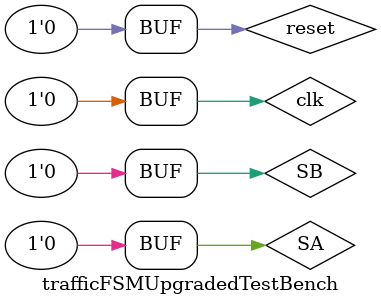
<source format=sv>
`timescale 1ns / 1ps


module trafficFSMUpgradedTestBench();

logic clk, reset, SA , SB;
logic [2:0] lightA, lightB;

 // instantiate device under test
 trafficFSMUpgraded dut( clk, reset, SA , SB, lightA, lightB);
 
 always begin
  clk <= 1; #1500000000;
  clk <= 0; #1500000000;
 end 
 
 initial begin
 reset <= 1; #3000000000;
 
 reset <= 0; SA <= 1; SB <= 1; #3000000000; //while there is traffic on A ( SA = 1) should stay on S0
 
 SB <= 0; #3000000000; //this should not change S0 as long as there is traffic on street A

 SA <= 0; #3000000000; //now there is no traffic, the state will be S1
 
 #3000000000; //S2
 
 SB <= 1; #3000000000; //S3 Notice that even SB is 1 it will transfer to next stage
 //when passes into S4 NOW it will stay
 
 #3000000000; //S4
 
 #3000000000; //S4 (stay in this state as long as traffic on B (SB = 1)
 
 #3000000000; //S4
 
 #3000000000; //S4 
 
 SB <= 0; #3000000000; //transfer to S5 
 
 #3000000000; //S6
 
 #3000000000; //S7
 
 #3000000000; //S0
 
 #3000000000; //S1
 
 #3000000000; //S2
 //................... S3, S4, S5
 
 #3000000000; //AS LONG AS NO TRAFFIC THE STATES WILL CONTINUE TO CHANGE AND FOLLOW A CYCLE
 
 end    
endmodule

// initial begin
//   clk = 0;
//   //reset = 0;
//   //reset <= #10 1;
//   forever #1500000000 clk = ~clk;
// end

 //apply inputs one at a time
//   initial begin
//    reset <= 1; #3000000000;
//    reset <= 0; #3000000000;
//    SA <= 1; SB <= 1; #3000000000;
//    SB <= 0; #3000000000;
//    SA <= 0; #3000000000;  //passes s1 state  
//end 
</source>
